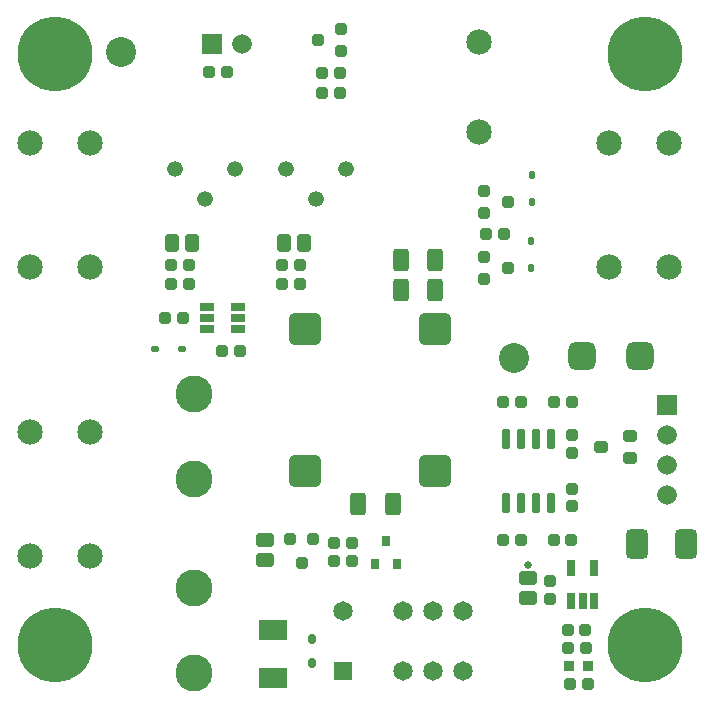
<source format=gts>
G04*
G04 #@! TF.GenerationSoftware,Altium Limited,Altium Designer,20.1.11 (218)*
G04*
G04 Layer_Color=8388736*
%FSLAX24Y24*%
%MOIN*%
G70*
G04*
G04 #@! TF.SameCoordinates,CE7CCB8B-9279-4727-9A7C-73EE909CC9FE*
G04*
G04*
G04 #@! TF.FilePolarity,Negative*
G04*
G01*
G75*
G04:AMPARAMS|DCode=40|XSize=38.9mil|YSize=37.9mil|CornerRadius=7.9mil|HoleSize=0mil|Usage=FLASHONLY|Rotation=180.000|XOffset=0mil|YOffset=0mil|HoleType=Round|Shape=RoundedRectangle|*
%AMROUNDEDRECTD40*
21,1,0.0389,0.0221,0,0,180.0*
21,1,0.0231,0.0379,0,0,180.0*
1,1,0.0158,-0.0116,0.0111*
1,1,0.0158,0.0116,0.0111*
1,1,0.0158,0.0116,-0.0111*
1,1,0.0158,-0.0116,-0.0111*
%
%ADD40ROUNDEDRECTD40*%
G04:AMPARAMS|DCode=41|XSize=24.8mil|YSize=23.2mil|CornerRadius=4.5mil|HoleSize=0mil|Usage=FLASHONLY|Rotation=180.000|XOffset=0mil|YOffset=0mil|HoleType=Round|Shape=RoundedRectangle|*
%AMROUNDEDRECTD41*
21,1,0.0248,0.0142,0,0,180.0*
21,1,0.0157,0.0232,0,0,180.0*
1,1,0.0091,-0.0079,0.0071*
1,1,0.0091,0.0079,0.0071*
1,1,0.0091,0.0079,-0.0071*
1,1,0.0091,-0.0079,-0.0071*
%
%ADD41ROUNDEDRECTD41*%
G04:AMPARAMS|DCode=42|XSize=24.8mil|YSize=23.2mil|CornerRadius=4.5mil|HoleSize=0mil|Usage=FLASHONLY|Rotation=90.000|XOffset=0mil|YOffset=0mil|HoleType=Round|Shape=RoundedRectangle|*
%AMROUNDEDRECTD42*
21,1,0.0248,0.0142,0,0,90.0*
21,1,0.0157,0.0232,0,0,90.0*
1,1,0.0091,0.0071,0.0079*
1,1,0.0091,0.0071,-0.0079*
1,1,0.0091,-0.0071,-0.0079*
1,1,0.0091,-0.0071,0.0079*
%
%ADD42ROUNDEDRECTD42*%
G04:AMPARAMS|DCode=43|XSize=29.1mil|YSize=66.5mil|CornerRadius=5.1mil|HoleSize=0mil|Usage=FLASHONLY|Rotation=0.000|XOffset=0mil|YOffset=0mil|HoleType=Round|Shape=RoundedRectangle|*
%AMROUNDEDRECTD43*
21,1,0.0291,0.0563,0,0,0.0*
21,1,0.0189,0.0665,0,0,0.0*
1,1,0.0102,0.0094,-0.0282*
1,1,0.0102,-0.0094,-0.0282*
1,1,0.0102,-0.0094,0.0282*
1,1,0.0102,0.0094,0.0282*
%
%ADD43ROUNDEDRECTD43*%
G04:AMPARAMS|DCode=44|XSize=100mil|YSize=72.8mil|CornerRadius=16.2mil|HoleSize=0mil|Usage=FLASHONLY|Rotation=90.000|XOffset=0mil|YOffset=0mil|HoleType=Round|Shape=RoundedRectangle|*
%AMROUNDEDRECTD44*
21,1,0.1000,0.0404,0,0,90.0*
21,1,0.0676,0.0728,0,0,90.0*
1,1,0.0324,0.0202,0.0338*
1,1,0.0324,0.0202,-0.0338*
1,1,0.0324,-0.0202,-0.0338*
1,1,0.0324,-0.0202,0.0338*
%
%ADD44ROUNDEDRECTD44*%
%ADD45R,0.0370X0.0370*%
G04:AMPARAMS|DCode=46|XSize=37mil|YSize=40.9mil|CornerRadius=5.9mil|HoleSize=0mil|Usage=FLASHONLY|Rotation=270.000|XOffset=0mil|YOffset=0mil|HoleType=Round|Shape=RoundedRectangle|*
%AMROUNDEDRECTD46*
21,1,0.0370,0.0291,0,0,270.0*
21,1,0.0252,0.0409,0,0,270.0*
1,1,0.0118,-0.0146,-0.0126*
1,1,0.0118,-0.0146,0.0126*
1,1,0.0118,0.0146,0.0126*
1,1,0.0118,0.0146,-0.0126*
%
%ADD46ROUNDEDRECTD46*%
G04:AMPARAMS|DCode=47|XSize=38.9mil|YSize=37.9mil|CornerRadius=7.9mil|HoleSize=0mil|Usage=FLASHONLY|Rotation=270.000|XOffset=0mil|YOffset=0mil|HoleType=Round|Shape=RoundedRectangle|*
%AMROUNDEDRECTD47*
21,1,0.0389,0.0221,0,0,270.0*
21,1,0.0231,0.0379,0,0,270.0*
1,1,0.0158,-0.0111,-0.0116*
1,1,0.0158,-0.0111,0.0116*
1,1,0.0158,0.0111,0.0116*
1,1,0.0158,0.0111,-0.0116*
%
%ADD47ROUNDEDRECTD47*%
G04:AMPARAMS|DCode=48|XSize=23.6mil|YSize=35.4mil|CornerRadius=6.9mil|HoleSize=0mil|Usage=FLASHONLY|Rotation=0.000|XOffset=0mil|YOffset=0mil|HoleType=Round|Shape=RoundedRectangle|*
%AMROUNDEDRECTD48*
21,1,0.0236,0.0217,0,0,0.0*
21,1,0.0098,0.0354,0,0,0.0*
1,1,0.0138,0.0049,-0.0108*
1,1,0.0138,-0.0049,-0.0108*
1,1,0.0138,-0.0049,0.0108*
1,1,0.0138,0.0049,0.0108*
%
%ADD48ROUNDEDRECTD48*%
G04:AMPARAMS|DCode=49|XSize=58.9mil|YSize=46.9mil|CornerRadius=9.9mil|HoleSize=0mil|Usage=FLASHONLY|Rotation=0.000|XOffset=0mil|YOffset=0mil|HoleType=Round|Shape=RoundedRectangle|*
%AMROUNDEDRECTD49*
21,1,0.0589,0.0271,0,0,0.0*
21,1,0.0391,0.0469,0,0,0.0*
1,1,0.0198,0.0195,-0.0135*
1,1,0.0198,-0.0195,-0.0135*
1,1,0.0198,-0.0195,0.0135*
1,1,0.0198,0.0195,0.0135*
%
%ADD49ROUNDEDRECTD49*%
%ADD50R,0.0488X0.0291*%
%ADD51R,0.0291X0.0575*%
G04:AMPARAMS|DCode=52|XSize=37mil|YSize=44.9mil|CornerRadius=5.9mil|HoleSize=0mil|Usage=FLASHONLY|Rotation=270.000|XOffset=0mil|YOffset=0mil|HoleType=Round|Shape=RoundedRectangle|*
%AMROUNDEDRECTD52*
21,1,0.0370,0.0331,0,0,270.0*
21,1,0.0252,0.0449,0,0,270.0*
1,1,0.0118,-0.0165,-0.0126*
1,1,0.0118,-0.0165,0.0126*
1,1,0.0118,0.0165,0.0126*
1,1,0.0118,0.0165,-0.0126*
%
%ADD52ROUNDEDRECTD52*%
G04:AMPARAMS|DCode=53|XSize=58.9mil|YSize=46.9mil|CornerRadius=9.9mil|HoleSize=0mil|Usage=FLASHONLY|Rotation=270.000|XOffset=0mil|YOffset=0mil|HoleType=Round|Shape=RoundedRectangle|*
%AMROUNDEDRECTD53*
21,1,0.0589,0.0271,0,0,270.0*
21,1,0.0391,0.0469,0,0,270.0*
1,1,0.0198,-0.0135,-0.0195*
1,1,0.0198,-0.0135,0.0195*
1,1,0.0198,0.0135,0.0195*
1,1,0.0198,0.0135,-0.0195*
%
%ADD53ROUNDEDRECTD53*%
G04:AMPARAMS|DCode=54|XSize=103.9mil|YSize=103.9mil|CornerRadius=12.6mil|HoleSize=0mil|Usage=FLASHONLY|Rotation=270.000|XOffset=0mil|YOffset=0mil|HoleType=Round|Shape=RoundedRectangle|*
%AMROUNDEDRECTD54*
21,1,0.1039,0.0787,0,0,270.0*
21,1,0.0787,0.1039,0,0,270.0*
1,1,0.0252,-0.0394,-0.0394*
1,1,0.0252,-0.0394,0.0394*
1,1,0.0252,0.0394,0.0394*
1,1,0.0252,0.0394,-0.0394*
%
%ADD54ROUNDEDRECTD54*%
G04:AMPARAMS|DCode=55|XSize=74.9mil|YSize=50.9mil|CornerRadius=10mil|HoleSize=0mil|Usage=FLASHONLY|Rotation=90.000|XOffset=0mil|YOffset=0mil|HoleType=Round|Shape=RoundedRectangle|*
%AMROUNDEDRECTD55*
21,1,0.0749,0.0310,0,0,90.0*
21,1,0.0550,0.0509,0,0,90.0*
1,1,0.0199,0.0155,0.0275*
1,1,0.0199,0.0155,-0.0275*
1,1,0.0199,-0.0155,-0.0275*
1,1,0.0199,-0.0155,0.0275*
%
%ADD55ROUNDEDRECTD55*%
G04:AMPARAMS|DCode=56|XSize=94.5mil|YSize=90.6mil|CornerRadius=24mil|HoleSize=0mil|Usage=FLASHONLY|Rotation=270.000|XOffset=0mil|YOffset=0mil|HoleType=Round|Shape=RoundedRectangle|*
%AMROUNDEDRECTD56*
21,1,0.0945,0.0425,0,0,270.0*
21,1,0.0465,0.0906,0,0,270.0*
1,1,0.0480,-0.0213,-0.0232*
1,1,0.0480,-0.0213,0.0232*
1,1,0.0480,0.0213,0.0232*
1,1,0.0480,0.0213,-0.0232*
%
%ADD56ROUNDEDRECTD56*%
%ADD57R,0.0275X0.0340*%
G04:AMPARAMS|DCode=58|XSize=37mil|YSize=40.9mil|CornerRadius=5.9mil|HoleSize=0mil|Usage=FLASHONLY|Rotation=0.000|XOffset=0mil|YOffset=0mil|HoleType=Round|Shape=RoundedRectangle|*
%AMROUNDEDRECTD58*
21,1,0.0370,0.0291,0,0,0.0*
21,1,0.0252,0.0409,0,0,0.0*
1,1,0.0118,0.0126,-0.0146*
1,1,0.0118,-0.0126,-0.0146*
1,1,0.0118,-0.0126,0.0146*
1,1,0.0118,0.0126,0.0146*
%
%ADD58ROUNDEDRECTD58*%
%ADD59R,0.0921X0.0685*%
%ADD60C,0.0655*%
%ADD61R,0.0655X0.0655*%
%ADD62C,0.0843*%
%ADD63C,0.2496*%
%ADD64C,0.0528*%
%ADD65C,0.1000*%
%ADD66C,0.0646*%
%ADD67R,0.0646X0.0646*%
%ADD68R,0.0655X0.0655*%
%ADD69C,0.1236*%
%ADD70C,0.0252*%
D40*
X7114Y21067D02*
D03*
X7704D02*
D03*
X19148Y673D02*
D03*
X19738D02*
D03*
X11467Y20357D02*
D03*
X10877D02*
D03*
X10881Y21022D02*
D03*
X11471D02*
D03*
X19195Y5481D02*
D03*
X18605D02*
D03*
X16932Y5481D02*
D03*
X17522D02*
D03*
X16932Y10081D02*
D03*
X17522D02*
D03*
X19209D02*
D03*
X18619D02*
D03*
X19073Y2483D02*
D03*
X19663D02*
D03*
X19673Y1863D02*
D03*
X19083D02*
D03*
X7549Y11772D02*
D03*
X8139D02*
D03*
X5665Y12880D02*
D03*
X6255D02*
D03*
X9563Y14007D02*
D03*
X10153D02*
D03*
Y14625D02*
D03*
X9563D02*
D03*
X6444Y14007D02*
D03*
X5854D02*
D03*
Y14625D02*
D03*
X6444D02*
D03*
X16940Y15653D02*
D03*
X16350D02*
D03*
D41*
X5333Y11825D02*
D03*
X6230D02*
D03*
D42*
X17870Y17629D02*
D03*
Y16731D02*
D03*
X17858Y15420D02*
D03*
Y14522D02*
D03*
D43*
X18523Y6711D02*
D03*
X18023D02*
D03*
X17523D02*
D03*
X17023D02*
D03*
X18523Y8837D02*
D03*
X18023D02*
D03*
X17523D02*
D03*
X17023D02*
D03*
D44*
X23007Y5331D02*
D03*
X21393D02*
D03*
D45*
X19109Y1272D02*
D03*
X19759D02*
D03*
D46*
X10741Y22142D02*
D03*
X11528Y22516D02*
D03*
Y21768D02*
D03*
X17080Y16726D02*
D03*
X16293Y16352D02*
D03*
Y17100D02*
D03*
X17080Y14527D02*
D03*
X16293Y14153D02*
D03*
Y14901D02*
D03*
D47*
X19209Y7181D02*
D03*
Y6591D02*
D03*
X19209Y8378D02*
D03*
Y8968D02*
D03*
X11268Y4763D02*
D03*
Y5353D02*
D03*
X18475Y4104D02*
D03*
Y3514D02*
D03*
X11894Y5353D02*
D03*
Y4763D02*
D03*
D48*
X10539Y2162D02*
D03*
Y1375D02*
D03*
D49*
X8980Y5478D02*
D03*
Y4808D02*
D03*
X17764Y3529D02*
D03*
Y4199D02*
D03*
D50*
X8098Y12502D02*
D03*
Y12876D02*
D03*
Y13250D02*
D03*
X7035D02*
D03*
Y12876D02*
D03*
Y12502D02*
D03*
D51*
X19196Y3444D02*
D03*
X19570D02*
D03*
X19944D02*
D03*
Y4527D02*
D03*
X19196D02*
D03*
D52*
X21144Y8197D02*
D03*
Y8945D02*
D03*
X20199Y8571D02*
D03*
D53*
X9605Y15370D02*
D03*
X10275D02*
D03*
X5895D02*
D03*
X6565D02*
D03*
D54*
X14655Y7777D02*
D03*
X10324D02*
D03*
X14655Y12501D02*
D03*
X10324D02*
D03*
D55*
X13240Y6660D02*
D03*
X12100D02*
D03*
X14646Y14794D02*
D03*
X13506D02*
D03*
X14646Y13795D02*
D03*
X13506D02*
D03*
D56*
X19549Y11604D02*
D03*
X21478D02*
D03*
D57*
X12636Y4672D02*
D03*
X13384D02*
D03*
X13010Y5447D02*
D03*
D58*
X10576Y5494D02*
D03*
X9828D02*
D03*
X10202Y4707D02*
D03*
D59*
X9252Y866D02*
D03*
Y2466D02*
D03*
D60*
X8210Y21992D02*
D03*
X22400Y8970D02*
D03*
Y7970D02*
D03*
Y6974D02*
D03*
D61*
X7210Y21992D02*
D03*
D62*
X16130Y19061D02*
D03*
Y22053D02*
D03*
X22457Y14567D02*
D03*
X20457D02*
D03*
X1165Y4921D02*
D03*
X3165D02*
D03*
Y14567D02*
D03*
X1165D02*
D03*
Y18701D02*
D03*
X3165D02*
D03*
X1165Y9055D02*
D03*
X3165D02*
D03*
X22457Y18701D02*
D03*
X20457D02*
D03*
D63*
X1969Y21654D02*
D03*
X21654D02*
D03*
Y1969D02*
D03*
X1969D02*
D03*
D64*
X9677Y17823D02*
D03*
X11677D02*
D03*
X10677Y16823D02*
D03*
X5967Y17823D02*
D03*
X7967D02*
D03*
X6967Y16823D02*
D03*
D65*
X17283Y11526D02*
D03*
X4192Y21730D02*
D03*
D66*
X11594Y3086D02*
D03*
X13594D02*
D03*
X14594D02*
D03*
X15594D02*
D03*
Y1086D02*
D03*
X14594D02*
D03*
X13594D02*
D03*
D67*
X11594D02*
D03*
D68*
X22400Y9970D02*
D03*
D69*
X6630Y10320D02*
D03*
Y7486D02*
D03*
Y3883D02*
D03*
Y1048D02*
D03*
D70*
X17764Y4649D02*
D03*
M02*

</source>
